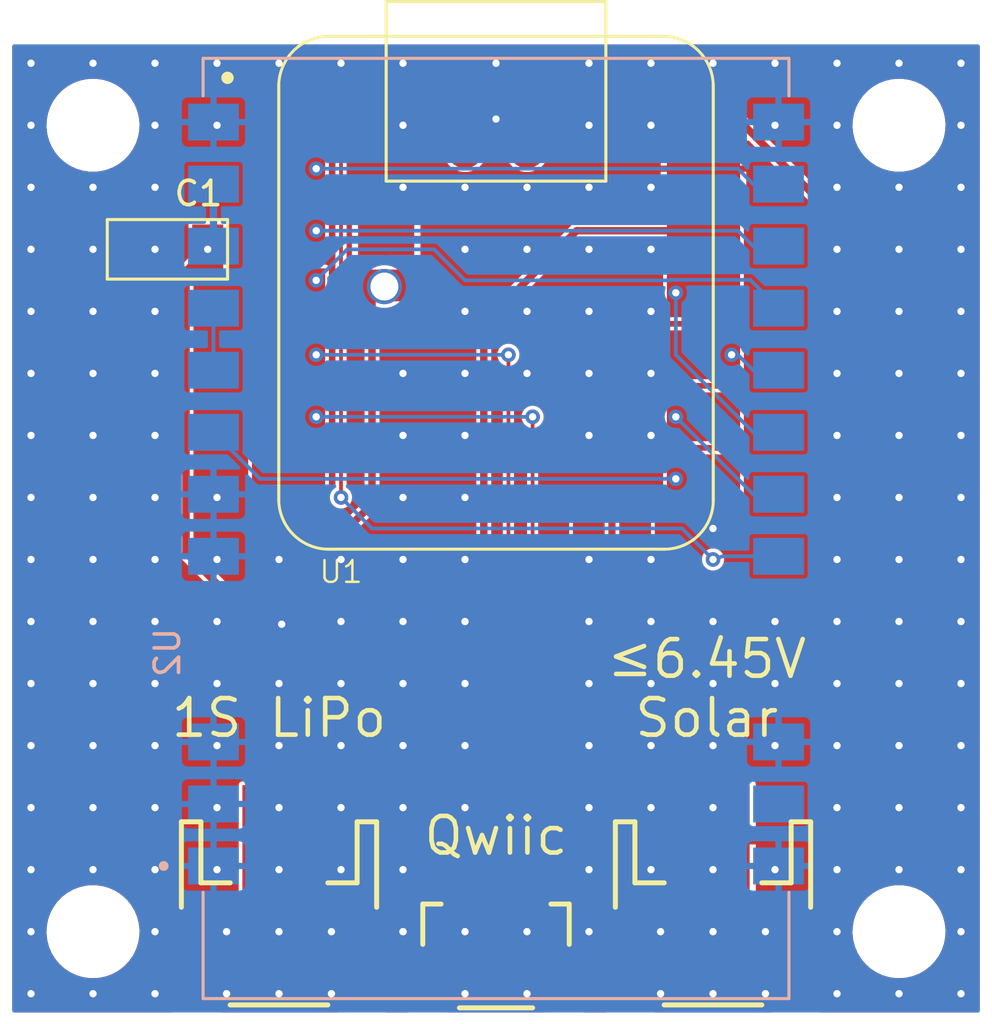
<source format=kicad_pcb>
(kicad_pcb (version 20221018) (generator pcbnew)
  (title_block (title "Ikoka Nano Meshtastic Device") (date "2024-03-24") (rev "1.1") (company "ndoo.sg"))
  (layers (0 "F.Cu" signal) (31 "B.Cu" signal) (34 "B.Paste" user) (35 "F.Paste" user) (36 "B.SilkS" user "B.Silkscreen") (37 "F.SilkS" user "F.Silkscreen") (38 "B.Mask" user) (39 "F.Mask" user) (44 "Edge.Cuts" user))
  (net 0 "")
  (net 1 "SX126X_CS")
  (net 2 "SX126X_DIO1")
  (net 3 "SX126X_BUSY")
  (net 4 "SX126X_RESET")
  (net 5 "I2C_SDA")
  (net 12 "I2C_SCL")
  (net 13 "SX126X_RXEN")
  (net 14 "SPI_SCK")
  (net 15 "SPI_MISO")
  (net 17 "SPI_MOSI")
  (net 18 "3V3")
  (net 19 "GND")
  (net 20 "5V")
  (net 21 "VBAT")
  (net 22 "SX126X_TXEN{slash}DIO2")
  (footprint "OPL_Capacitor:C1206" (layer "F.Cu") (at 138.938 90.17)
    (fp_text reference "C1" (at 1.27 -2.286) (layer "F.SilkS"))
    (fp_text value "CERAMIC-100UF-6.3V-20%-X5R_1206_" hide)
    (fp_line (start -2.4638 -1.2192) (end 2.4638 -1.2192) (stroke (width 0.127)) (layer "F.SilkS"))
    (fp_line (start -2.4638 1.2192) (end -2.4638 -1.2192) (stroke (width 0.127)) (layer "F.SilkS"))
    (fp_line (start 2.4638 -1.2192) (end 2.4638 1.2192) (stroke (width 0.127)) (layer "F.SilkS"))
    (fp_line (start 2.4638 1.2192) (end -2.4638 1.2192) (stroke (width 0.127)) (layer "F.SilkS"))
    (pad "1" smd rect (at -1.651 0) (size 1.27 2.032) (layers "F.Cu" "F.Paste" "F.Mask") (net 19 "GND"))
    (pad "2" smd rect (at 1.651 0) (size 1.27 2.032) (layers "F.Cu" "F.Paste" "F.Mask") (net 21 "VBAT"))
  )
  (footprint "SparkFun-Connector:JST_SMD_2.0mm-2" (layer "F.Cu") (at 143.51 118.11 180)
    (fp_text reference "J1")
    (fp_text value "JST_2mm_LiPo")
    (fp_line (start -4 1) (end -4 4.5) (stroke (width 0.2032)) (layer "F.SilkS"))
    (fp_line (start -4 4.5) (end -3.2 4.5) (stroke (width 0.2032)) (layer "F.SilkS"))
    (fp_line (start -3.2 2) (end -2 2) (stroke (width 0.2032)) (layer "F.SilkS"))
    (fp_line (start -3.2 4.5) (end -3.2 2) (stroke (width 0.2032)) (layer "F.SilkS"))
    (fp_line (start 2 -3) (end -2 -3) (stroke (width 0.2032)) (layer "F.SilkS"))
    (fp_line (start 2 2) (end 3.2 2) (stroke (width 0.2032)) (layer "F.SilkS"))
    (fp_line (start 3.2 2) (end 3.2 4.5) (stroke (width 0.2032)) (layer "F.SilkS"))
    (fp_line (start 3.2 4.5) (end 4 4.5) (stroke (width 0.2032)) (layer "F.SilkS"))
    (fp_line (start 4 4.5) (end 4 1) (stroke (width 0.2032)) (layer "F.SilkS"))
    (pad "1" smd rect (at -1 3.7 180) (size 1 4.6) (layers "F.Cu" "F.Paste" "F.Mask") (net 19 "GND"))
    (pad "2" smd rect (at 1 3.7 180) (size 1 4.6) (layers "F.Cu" "F.Paste" "F.Mask") (net 21 "VBAT"))
    (pad "NC1" smd rect (at -3.4 -1.5 270) (size 3.4 1.6) (layers "F.Cu" "F.Paste" "F.Mask"))
    (pad "NC2" smd rect (at 3.4 -1.5 270) (size 3.4 1.6) (layers "F.Cu" "F.Paste" "F.Mask"))
  )
  (footprint "SparkFun-Connector:JST_SMD_2.0mm-2" (layer "F.Cu") (at 161.29 118.11 180)
    (fp_text reference "J2")
    (fp_text value "JST_2mm_LiPo")
    (fp_line (start -4 1) (end -4 4.5) (stroke (width 0.2032)) (layer "F.SilkS"))
    (fp_line (start -4 4.5) (end -3.2 4.5) (stroke (width 0.2032)) (layer "F.SilkS"))
    (fp_line (start -3.2 2) (end -2 2) (stroke (width 0.2032)) (layer "F.SilkS"))
    (fp_line (start -3.2 4.5) (end -3.2 2) (stroke (width 0.2032)) (layer "F.SilkS"))
    (fp_line (start 2 -3) (end -2 -3) (stroke (width 0.2032)) (layer "F.SilkS"))
    (fp_line (start 2 2) (end 3.2 2) (stroke (width 0.2032)) (layer "F.SilkS"))
    (fp_line (start 3.2 2) (end 3.2 4.5) (stroke (width 0.2032)) (layer "F.SilkS"))
    (fp_line (start 3.2 4.5) (end 4 4.5) (stroke (width 0.2032)) (layer "F.SilkS"))
    (fp_line (start 4 4.5) (end 4 1) (stroke (width 0.2032)) (layer "F.SilkS"))
    (pad "1" smd rect (at -1 3.7 180) (size 1 4.6) (layers "F.Cu" "F.Paste" "F.Mask") (net 19 "GND"))
    (pad "2" smd rect (at 1 3.7 180) (size 1 4.6) (layers "F.Cu" "F.Paste" "F.Mask") (net 20 "5V"))
    (pad "NC1" smd rect (at -3.4 -1.5 270) (size 3.4 1.6) (layers "F.Cu" "F.Paste" "F.Mask"))
    (pad "NC2" smd rect (at 3.4 -1.5 270) (size 3.4 1.6) (layers "F.Cu" "F.Paste" "F.Mask"))
  )
  (footprint "SparkFun-Hardware:Standoff" (layer "F.Cu") (at 168.91 118.11)
    (fp_text reference "ST3")
    (fp_text value "Standoff")
    (pad "" np_thru_hole circle (at 0 0) (size 3.302 3.302) (drill 3.302) (layers "F&B.Cu" "*.Mask"))
  )
  (footprint "SparkFun-Hardware:Standoff" (layer "F.Cu") (at 135.89 85.09)
    (fp_text reference "ST1")
    (fp_text value "Standoff")
    (pad "" np_thru_hole circle (at 0 0) (size 3.302 3.302) (drill 3.302) (layers "F&B.Cu" "*.Mask"))
  )
  (footprint "SparkFun-Hardware:Standoff" (layer "F.Cu") (at 168.91 85.09)
    (fp_text reference "ST2")
    (fp_text value "Standoff")
    (pad "" np_thru_hole circle (at 0 0) (size 3.302 3.302) (drill 3.302) (layers "F&B.Cu" "*.Mask"))
  )
  (footprint "SparkFun-Hardware:Standoff" (layer "F.Cu") (at 135.89 118.11)
    (fp_text reference "ST4")
    (fp_text value "Standoff")
    (pad "" np_thru_hole circle (at 0 0) (size 3.302 3.302) (drill 3.302) (layers "F&B.Cu" "*.Mask"))
  )
  (footprint "Seeed Studio XIAO Series Library:XIAO-nRF52840-Sense-14P-2.54-21X17.8MM" (layer "F.Cu") (at 152.4 91.948)
    (fp_text reference "U1" (at -6.35 11.43) (layer "F.SilkS") (effects (font (size 0.889 0.889) (thickness 0.1016))))
    (fp_text value "Seeed Studio XIAO nRF52840" hide)
    (fp_line (start -8.9 -8.5) (end -8.9 8.5) (stroke (width 0.127)) (layer "F.SilkS"))
    (fp_line (start -6.9 10.5) (end 6.9 10.5) (stroke (width 0.127)) (layer "F.SilkS"))
    (fp_line (start -4.5 -11.92403) (end 4.5 -11.92403) (stroke (width 0.127)) (layer "F.SilkS"))
    (fp_line (start -4.5 -4.57073) (end -4.5 -11.92403) (stroke (width 0.127)) (layer "F.SilkS"))
    (fp_line (start 4.5 -11.92403) (end 4.5 -4.57073) (stroke (width 0.127)) (layer "F.SilkS"))
    (fp_line (start 4.5 -4.57073) (end -4.5 -4.57073) (stroke (width 0.127)) (layer "F.SilkS"))
    (fp_line (start 6.9 -10.49909) (end -6.9 -10.49909) (stroke (width 0.127)) (layer "F.SilkS"))
    (fp_line (start 8.9 8.5) (end 8.9 -8.5) (stroke (width 0.127)) (layer "F.SilkS"))
    (fp_arc (start -8.9 -8.5) (mid -8.301491 -9.901491) (end -6.9 -10.5) (stroke (width 0.12)) (layer "F.SilkS"))
    (fp_arc (start -6.9 10.5) (mid -8.301423 9.901423) (end -8.9 8.5) (stroke (width 0.12)) (layer "F.SilkS"))
    (fp_arc (start 6.9 -10.5) (mid 8.301491 -9.901491) (end 8.9 -8.5) (stroke (width 0.12)) (layer "F.SilkS"))
    (fp_arc (start 8.9 8.5) (mid 8.314214 9.914214) (end 6.9 10.5) (stroke (width 0.12)) (layer "F.SilkS"))
    (fp_circle (center -11 -8.8) (end -11 -9.054) (fill solid) (layer "F.SilkS"))
    (fp_poly (pts (xy -8.887715 -8.561705) (xy -8.884667 -8.610473) (xy -8.880603 -8.659494)) (stroke (width 0.0254)) (fill none) (layer "F.SilkS"))
    (fp_poly (pts (xy 8.889492 8.521574) (xy 8.887713 8.57085) (xy 8.884665 8.619618) (xy 8.880601 8.668639) (xy 8.875268 8.717407) (xy 8.868664 8.766175) (xy 8.861044 8.81469) (xy 8.852153 8.86295) (xy 8.842248 8.910955)) (stroke (width 0.0254)) (fill none) (layer "F.SilkS"))
    (pad "1" smd rect (at -8.5 -7.62) (size 3 2) (layers "F.Cu" "F.Paste" "F.Mask") (net 1 "SX126X_CS"))
    (pad "2" smd rect (at -8.5 -5.08) (size 3 2) (layers "F.Cu" "F.Paste" "F.Mask") (net 2 "SX126X_DIO1"))
    (pad "3" smd rect (at -8.5 -2.54) (size 3 2) (layers "F.Cu" "F.Paste" "F.Mask") (net 3 "SX126X_BUSY"))
    (pad "4" smd rect (at -8.5 0) (size 3 2) (layers "F.Cu" "F.Paste" "F.Mask") (net 4 "SX126X_RESET"))
    (pad "5" smd rect (at -8.5 2.54) (size 3 2) (layers "F.Cu" "F.Paste" "F.Mask") (net 5 "I2C_SDA"))
    (pad "6" smd rect (at -8.5 5.08 180) (size 3 2) (layers "F.Cu" "F.Paste" "F.Mask") (net 12 "I2C_SCL"))
    (pad "7" smd rect (at -8.5 7.62) (size 3 2) (layers "F.Cu" "F.Paste" "F.Mask"))
    (pad "8" smd rect (at 8.5 7.62) (size 3 2) (layers "F.Cu" "F.Paste" "F.Mask") (net 13 "SX126X_RXEN"))
    (pad "9" smd rect (at 8.5 5.08) (size 3 2) (layers "F.Cu" "F.Paste" "F.Mask") (net 14 "SPI_SCK"))
    (pad "10" smd rect (at 8.5 2.54) (size 3 2) (layers "F.Cu" "F.Paste" "F.Mask") (net 15 "SPI_MISO"))
    (pad "11" smd rect (at 8.5 0) (size 3 2) (layers "F.Cu" "F.Paste" "F.Mask") (net 17 "SPI_MOSI"))
    (pad "12" smd rect (at 8.5 -2.54) (size 3 2) (layers "F.Cu" "F.Paste" "F.Mask") (net 18 "3V3"))
    (pad "13" smd rect (at 8.5 -5.08) (size 3 2) (layers "F.Cu" "F.Paste" "F.Mask") (net 19 "GND"))
    (pad "14" smd rect (at 8.5 -7.62) (size 3 2) (layers "F.Cu" "F.Paste" "F.Mask") (net 20 "5V"))
    (pad "15" smd circle (at -1.27 -8.39 90) (size 1.5 1.5) (layers "F.Cu" "F.Paste" "F.Mask"))
    (pad "16" smd circle (at 1.27 -8.39 90) (size 1.5 1.5) (layers "F.Cu" "F.Paste" "F.Mask"))
    (pad "17" smd circle (at -1.27 -5.85 90) (size 1.5 1.5) (layers "F.Cu" "F.Paste" "F.Mask"))
    (pad "18" smd circle (at 1.27 -5.85 90) (size 1.5 1.5) (layers "F.Cu" "F.Paste" "F.Mask"))
    (pad "19" smd rect (at 3.8 9.25 90) (size 2.3 1.3) (layers "F.Cu" "F.Paste" "F.Mask"))
    (pad "20" smd rect (at 5.7 9.25 90) (size 2.3 1.3) (layers "F.Cu" "F.Paste" "F.Mask"))
    (pad "21" smd rect (at -4.5 -2.2 180) (size 2.3 1.3) (layers "F.Cu" "F.Paste" "F.Mask") (net 19 "GND"))
    (pad "22" smd rect (at -4.5 -0.3 180) (size 2.3 1.3) (layers "F.Cu" "F.Paste" "F.Mask") (net 21 "VBAT"))
  )
  (footprint "SparkFun-Connector:JST_SMD_1.0mm-4_RA" (layer "F.Cu") (at 152.4 116.629)
    (fp_text reference "J3")
    (fp_text value "Qwiic_RA")
    (fp_line (start -3 0.35) (end -2.25 0.35) (stroke (width 0.2032)) (layer "F.SilkS"))
    (fp_line (start -3 2) (end -3 0.35) (stroke (width 0.2032)) (layer "F.SilkS"))
    (fp_line (start -1.5 4.6) (end 1.5 4.6) (stroke (width 0.2032)) (layer "F.SilkS"))
    (fp_line (start 2.25 0.35) (end 3 0.35) (stroke (width 0.2032)) (layer "F.SilkS"))
    (fp_line (start 3 0.35) (end 3 2) (stroke (width 0.2032)) (layer "F.SilkS"))
    (pad "1" smd rect (at -1.5 0) (size 0.6 1.35) (layers "F.Cu" "F.Paste" "F.Mask") (net 19 "GND"))
    (pad "2" smd rect (at -0.5 0) (size 0.6 1.35) (layers "F.Cu" "F.Paste" "F.Mask") (net 18 "3V3"))
    (pad "3" smd rect (at 0.5 0) (size 0.6 1.35) (layers "F.Cu" "F.Paste" "F.Mask") (net 5 "I2C_SDA"))
    (pad "4" smd rect (at 1.5 0) (size 0.6 1.35) (layers "F.Cu" "F.Paste" "F.Mask") (net 12 "I2C_SCL"))
    (pad "NC1" smd rect (at 2.8 3.675) (size 1.2 2) (layers "F.Cu" "F.Paste" "F.Mask"))
    (pad "NC2" smd rect (at -2.8 3.675) (size 1.2 2) (layers "F.Cu" "F.Paste" "F.Mask"))
  )
  (footprint "E22-900M30S:XCVR_E22-900M30S" (layer "B.Cu") (at 152.4 101.6 180)
    (fp_text reference "U2" (at 13.462 -5.08 90) (layer "B.SilkS") (effects (justify mirror)))
    (fp_text value "E22-900M30S")
    (fp_line (start -12 -19.25) (end -12 -14.895) (stroke (width 0.127)) (layer "B.SilkS"))
    (fp_line (start -12 17.715) (end -12 19.25) (stroke (width 0.127)) (layer "B.SilkS"))
    (fp_line (start -12 19.25) (end 12 19.25) (stroke (width 0.127)) (layer "B.SilkS"))
    (fp_line (start 12 -19.25) (end -12 -19.25) (stroke (width 0.127)) (layer "B.SilkS"))
    (fp_line (start 12 -19.25) (end 12 -14.895) (stroke (width 0.127)) (layer "B.SilkS"))
    (fp_line (start 12 19.25) (end 12 17.715) (stroke (width 0.127)) (layer "B.SilkS"))
    (fp_circle (center 13.615 -13.82) (end 13.715 -13.82) (stroke (width 0.2)) (fill none) (layer "B.SilkS"))
    (pad "1" smd rect (at 11.575 -13.82 180) (size 2.08 1.51) (layers "B.Cu" "B.Paste" "B.Mask") (net 19 "GND"))
    (pad "2" smd rect (at 11.575 -11.28 180) (size 2.08 1.51) (layers "B.Cu" "B.Paste" "B.Mask") (net 19 "GND"))
    (pad "3" smd rect (at 11.575 -8.74 180) (size 2.08 1.51) (layers "B.Cu" "B.Paste" "B.Mask") (net 19 "GND"))
    (pad "4" smd rect (at 11.575 -1.14 180) (size 2.08 1.51) (layers "B.Cu" "B.Paste" "B.Mask") (net 19 "GND"))
    (pad "5" smd rect (at 11.575 1.4 180) (size 2.08 1.51) (layers "B.Cu" "B.Paste" "B.Mask") (net 19 "GND"))
    (pad "6" smd rect (at 11.575 3.94 180) (size 2.08 1.51) (layers "B.Cu" "B.Paste" "B.Mask") (net 13 "SX126X_RXEN"))
    (pad "7" smd rect (at 11.575 6.48 180) (size 2.08 1.51) (layers "B.Cu" "B.Paste" "B.Mask") (net 22 "SX126X_TXEN{slash}DIO2"))
    (pad "8" smd rect (at 11.575 9.02 180) (size 2.08 1.51) (layers "B.Cu" "B.Paste" "B.Mask") (net 22 "SX126X_TXEN{slash}DIO2"))
    (pad "9" smd rect (at 11.575 11.56 180) (size 2.08 1.51) (layers "B.Cu" "B.Paste" "B.Mask") (net 21 "VBAT"))
    (pad "10" smd rect (at 11.575 14.1 180) (size 2.08 1.51) (layers "B.Cu" "B.Paste" "B.Mask") (net 21 "VBAT"))
    (pad "11" smd rect (at 11.575 16.64 180) (size 2.08 1.51) (layers "B.Cu" "B.Paste" "B.Mask") (net 19 "GND"))
    (pad "12" smd rect (at -11.575 16.64 180) (size 2.08 1.51) (layers "B.Cu" "B.Paste" "B.Mask") (net 19 "GND"))
    (pad "13" smd rect (at -11.575 14.1 180) (size 2.08 1.51) (layers "B.Cu" "B.Paste" "B.Mask") (net 2 "SX126X_DIO1"))
    (pad "14" smd rect (at -11.575 11.56 180) (size 2.08 1.51) (layers "B.Cu" "B.Paste" "B.Mask") (net 3 "SX126X_BUSY"))
    (pad "15" smd rect (at -11.575 9.02 180) (size 2.08 1.51) (layers "B.Cu" "B.Paste" "B.Mask") (net 4 "SX126X_RESET"))
    (pad "16" smd rect (at -11.575 6.48 180) (size 2.08 1.51) (layers "B.Cu" "B.Paste" "B.Mask") (net 15 "SPI_MISO"))
    (pad "17" smd rect (at -11.575 3.94 180) (size 2.08 1.51) (layers "B.Cu" "B.Paste" "B.Mask") (net 17 "SPI_MOSI"))
    (pad "18" smd rect (at -11.575 1.4 180) (size 2.08 1.51) (layers "B.Cu" "B.Paste" "B.Mask") (net 14 "SPI_SCK"))
    (pad "19" smd rect (at -11.575 -1.14 180) (size 2.08 1.51) (layers "B.Cu" "B.Paste" "B.Mask") (net 1 "SX126X_CS"))
    (pad "20" smd rect (at -11.575 -8.74 180) (size 2.08 1.51) (layers "B.Cu" "B.Paste" "B.Mask") (net 19 "GND"))
    (pad "21" smd rect (at -11.575 -11.28 180) (size 2.08 1.51) (layers "B.Cu" "B.Paste" "B.Mask"))
    (pad "22" smd rect (at -11.575 -13.82 180) (size 2.08 1.51) (layers "B.Cu" "B.Paste" "B.Mask") (net 19 "GND"))
  )
  (gr_rect (start 132.08 81.28) (end 172.72 121.92) (stroke (width 0.001)) (fill none) (layer "Edge.Cuts"))
  (gr_text "1S LiPo" (at 143.51 110.236) (layer "F.SilkS") (effects (font (size 1.5 1.5) (thickness 0.1875)) (justify bottom)))
  (gr_text "≤6.45V\nSolar" (at 161.036 110.236) (layer "F.SilkS") (effects (font (size 1.5 1.5) (thickness 0.1875)) (justify bottom)))
  (gr_text "Qwiic" (at 152.4 115.062) (layer "F.SilkS") (effects (font (size 1.5 1.5) (thickness 0.1875)) (justify bottom)))
  (segment (start 145.034 84.328) (end 143.9 84.328) (width 0.1524) (layer "F.Cu") (net 1))
  (segment (start 146.05 100.33) (end 146.05 85.344) (width 0.1524) (layer "F.Cu") (net 1))
  (segment (start 146.05 85.344) (end 145.034 84.328) (width 0.1524) (layer "F.Cu") (net 1))
  (via (at 146.05 100.33) (size 0.6) (drill 0.3) (layers "F.Cu" "B.Cu") (net 1))
  (via (at 161.29 102.87) (size 0.6) (drill 0.3) (layers "F.Cu" "B.Cu") (net 1))
  (segment (start 160.02 101.6) (end 161.29 102.87) (width 0.1524) (layer "B.Cu") (net 1))
  (segment (start 161.682446 102.74) (end 163.975 102.74) (width 0.1524) (layer "B.Cu") (net 1))
  (segment (start 146.05 100.33) (end 147.32 101.6) (width 0.1524) (layer "B.Cu") (net 1))
  (segment (start 161.29 102.87) (end 161.682446 102.74) (width 0.1524) (layer "B.Cu") (net 1))
  (segment (start 147.32 101.6) (end 160.02 101.6) (width 0.1524) (layer "B.Cu") (net 1))
  (via (at 145.034 86.868) (size 0.6) (drill 0.3) (layers "F.Cu" "B.Cu") (net 2))
  (segment (start 162.306 86.868) (end 162.938 87.5) (width 0.1524) (layer "B.Cu") (net 2))
  (segment (start 145.034 86.868) (end 162.306 86.868) (width 0.1524) (layer "B.Cu") (net 2))
  (segment (start 162.938 87.5) (end 163.975 87.5) (width 0.1524) (layer "B.Cu") (net 2))
  (via (at 145.034 89.408) (size 0.6) (drill 0.3) (layers "F.Cu" "B.Cu") (net 3))
  (segment (start 162.306 89.408) (end 162.938 90.04) (width 0.1524) (layer "B.Cu") (net 3))
  (segment (start 162.938 90.04) (end 163.975 90.04) (width 0.1524) (layer "B.Cu") (net 3))
  (segment (start 145.034 89.408) (end 162.306 89.408) (width 0.1524) (layer "B.Cu") (net 3))
  (via (at 145.034 91.44) (size 0.6) (drill 0.3) (layers "F.Cu" "B.Cu") (net 4))
  (segment (start 159.547046 91.4194) (end 162.8144 91.4194) (width 0.1524) (layer "B.Cu") (net 4))
  (segment (start 162.8144 91.4194) (end 163.975 92.58) (width 0.1524) (layer "B.Cu") (net 4))
  (segment (start 145.034 91.44) (end 146.304 90.17) (width 0.1524) (layer "B.Cu") (net 4))
  (segment (start 159.526446 91.44) (end 159.547046 91.4194) (width 0.1524) (layer "B.Cu") (net 4))
  (segment (start 151.13 91.44) (end 159.526446 91.44) (width 0.1524) (layer "B.Cu") (net 4))
  (segment (start 146.304 90.17) (end 149.86 90.17) (width 0.1524) (layer "B.Cu") (net 4))
  (segment (start 149.86 90.17) (end 151.13 91.44) (width 0.1524) (layer "B.Cu") (net 4))
  (segment (start 152.908 116.875) (end 152.9 116.883) (width 0.1524) (layer "F.Cu") (net 5))
  (segment (start 152.908 94.488) (end 152.908 116.875) (width 0.1524) (layer "F.Cu") (net 5))
  (via (at 152.908 94.488) (size 0.6) (drill 0.3) (layers "F.Cu" "B.Cu") (net 5))
  (via (at 145.034 94.488) (size 0.6) (drill 0.3) (layers "F.Cu" "B.Cu") (net 5))
  (segment (start 145.034 94.488) (end 152.908 94.488) (width 0.1524) (layer "B.Cu") (net 5))
  (segment (start 153.9 97.028) (end 153.9 116.883) (width 0.1524) (layer "F.Cu") (net 12))
  (via (at 145.034 97.028) (size 0.6) (drill 0.3) (layers "F.Cu" "B.Cu") (net 12))
  (via (at 153.9 97.028) (size 0.6) (drill 0.3) (layers "F.Cu" "B.Cu") (net 12))
  (segment (start 153.9 97.028) (end 145.034 97.028) (width 0.1524) (layer "B.Cu") (net 12))
  (via (at 159.766 99.568) (size 0.6) (drill 0.3) (layers "F.Cu" "B.Cu") (net 13))
  (segment (start 142.733 99.568) (end 159.766 99.568) (width 0.1524) (layer "B.Cu") (net 13))
  (segment (start 140.825 97.66) (end 142.733 99.568) (width 0.1524) (layer "B.Cu") (net 13))
  (via (at 159.766 97.028) (size 0.6) (drill 0.3) (layers "F.Cu" "B.Cu") (net 14))
  (segment (start 159.766 97.028) (end 162.938 100.2) (width 0.1524) (layer "B.Cu") (net 14))
  (segment (start 162.938 100.2) (end 163.975 100.2) (width 0.1524) (layer "B.Cu") (net 14))
  (via (at 162.052 94.488) (size 0.6) (drill 0.3) (layers "F.Cu" "B.Cu") (net 15))
  (segment (start 162.306 94.488) (end 162.052 94.488) (width 0.1524) (layer "B.Cu") (net 15))
  (segment (start 162.938 95.12) (end 162.306 94.488) (width 0.1524) (layer "B.Cu") (net 15))
  (segment (start 163.975 95.12) (end 162.938 95.12) (width 0.1524) (layer "B.Cu") (net 15))
  (via (at 159.766 91.948) (size 0.6) (drill 0.3) (layers "F.Cu" "B.Cu") (net 17))
  (segment (start 162.938 97.66) (end 163.975 97.66) (width 0.1524) (layer "B.Cu") (net 17))
  (segment (start 159.766 91.948) (end 159.766 94.488) (width 0.1524) (layer "B.Cu") (net 17))
  (segment (start 159.766 94.488) (end 162.938 97.66) (width 0.1524) (layer "B.Cu") (net 17))
  (segment (start 151.9 93.21) (end 151.9 116.883) (width 0.3048) (layer "F.Cu") (net 18))
  (segment (start 160.9 89.408) (end 155.702 89.408) (width 0.3048) (layer "F.Cu") (net 18))
  (segment (start 155.702 89.408) (end 151.9 93.21) (width 0.3048) (layer "F.Cu") (net 18))
  (via (at 148.59 95.25) (size 0.6) (drill 0.3) (layers "F.Cu" "B.Cu") (net 19))
  (via (at 166.37 92.71) (size 0.6) (drill 0.3) (layers "F.Cu" "B.Cu") (net 19))
  (via (at 133.35 87.63) (size 0.6) (drill 0.3) (layers "F.Cu" "B.Cu") (net 19))
  (via (at 135.89 87.63) (size 0.6) (drill 0.3) (layers "F.Cu" "B.Cu") (net 19))
  (via (at 148.59 107.95) (size 0.6) (drill 0.3) (layers "F.Cu" "B.Cu") (net 19))
  (via (at 151.13 113.03) (size 0.6) (drill 0.3) (layers "F.Cu" "B.Cu") (net 19))
  (via (at 171.45 118.11) (size 0.6) (drill 0.3) (layers "F.Cu" "B.Cu") (net 19))
  (via (at 135.89 90.17) (size 0.6) (drill 0.3) (layers "F.Cu" "B.Cu") (net 19))
  (via (at 135.89 120.65) (size 0.6) (drill 0.3) (layers "F.Cu" "B.Cu") (net 19))
  (via (at 143.51 118.11) (size 0.6) (drill 0.3) (layers "F.Cu" "B.Cu") (net 19))
  (via (at 140.97 82.55) (size 0.6) (drill 0.3) (layers "F.Cu" "B.Cu") (net 19))
  (via (at 148.59 85.09) (size 0.6) (drill 0.3) (layers "F.Cu" "B.Cu") (net 19))
  (via (at 158.75 95.25) (size 0.6) (drill 0.3) (layers "F.Cu" "B.Cu") (net 19))
  (via (at 146.05 82.55) (size 0.6) (drill 0.3) (layers "F.Cu" "B.Cu") (net 19))
  (via (at 158.75 110.49) (size 0.6) (drill 0.3) (layers "F.Cu" "B.Cu") (net 19))
  (via (at 166.37 113.03) (size 0.6) (drill 0.3) (layers "F.Cu" "B.Cu") (net 19))
  (via (at 171.45 100.33) (size 0.6) (drill 0.3) (layers "F.Cu" "B.Cu") (net 19))
  (via (at 146.05 113.03) (size 0.6) (drill 0.3) (layers "F.Cu" "B.Cu") (net 19))
  (via (at 138.43 95.25) (size 0.6) (drill 0.3) (layers "F.Cu" "B.Cu") (net 19))
  (via (at 133.35 113.03) (size 0.6) (drill 0.3) (layers "F.Cu" "B.Cu") (net 19))
  (via (at 166.37 115.57) (size 0.6) (drill 0.3) (layers "F.Cu" "B.Cu") (net 19))
  (via (at 161.29 118.11) (size 0.6) (drill 0.3) (layers "F.Cu" "B.Cu") (net 19))
  (via (at 148.59 100.33) (size 0.6) (drill 0.3) (layers "F.Cu" "B.Cu") (net 19))
  (via (at 158.75 85.09) (size 0.6) (drill 0.3) (layers "F.Cu" "B.Cu") (net 19))
  (via (at 158.75 113.03) (size 0.6) (drill 0.3) (layers "F.Cu" "B.Cu") (net 19))
  (via (at 140.97 100.33) (size 0.6) (drill 0.3) (layers "F.Cu" "B.Cu") (net 19))
  (via (at 171.45 120.65) (size 0.6) (drill 0.3) (layers "F.Cu" "B.Cu") (net 19))
  (via (at 143.51 110.49) (size 0.6) (drill 0.3) (layers "F.Cu" "B.Cu") (net 19))
  (via (at 138.43 102.87) (size 0.6) (drill 0.3) (layers "F.Cu" "B.Cu") (net 19))
  (via (at 153.67 95.25) (size 0.6) (drill 0.3) (layers "F.Cu" "B.Cu") (net 19))
  (via (at 158.75 90.17) (size 0.6) (drill 0.3) (layers "F.Cu" "B.Cu") (net 19))
  (via (at 151.13 90.17) (size 0.6) (drill 0.3) (layers "F.Cu" "B.Cu") (net 19))
  (via (at 133.35 110.49) (size 0.6) (drill 0.3) (layers "F.Cu" "B.Cu") (net 19))
  (via (at 161.29 120.65) (size 0.6) (drill 0.3) (layers "F.Cu" "B.Cu") (net 19))
  (via (at 145.657598 120.65) (size 0.6) (drill 0.3) (layers "F.Cu" "B.Cu") (net 19))
  (via (at 135.89 102.87) (size 0.6) (drill 0.3) (layers "F.Cu" "B.Cu") (net 19))
  (via (at 168.91 110.49) (size 0.6) (drill 0.3) (layers "F.Cu" "B.Cu") (net 19))
  (via (at 168.91 113.03) (size 0.6) (drill 0.3) (layers "F.Cu" "B.Cu") (net 19))
  (via (at 151.13 120.65) (size 0.6) (drill 0.3) (layers "F.Cu" "B.Cu") (net 19))
  (via (at 146.05 107.95) (size 0.6) (drill 0.3) (layers "F.Cu" "B.Cu") (net 19))
  (via (at 156.21 97.79) (size 0.6) (drill 0.3) (layers "F.Cu" "B.Cu") (net 19))
  (via (at 133.35 82.55) (size 0.6) (drill 0.3) (layers "F.Cu" "B.Cu") (net 19))
  (via (at 158.75 115.57) (size 0.6) (drill 0.3) (layers "F.Cu" "B.Cu") (net 19))
  (via (at 158.75 107.95) (size 0.6) (drill 0.3) (layers "F.Cu" "B.Cu") (net 19))
  (via (at 158.75 105.41) (size 0.6) (drill 0.3) (layers "F.Cu" "B.Cu") (net 19))
  (via (at 156.21 87.63) (size 0.6) (drill 0.3) (layers "F.Cu" "B.Cu") (net 19))
  (via (at 140.97 115.57) (size 0.6) (drill 0.3) (layers "F.Cu" "B.Cu") (net 19))
  (via (at 161.29 115.57) (size 0.6) (drill 0.3) (layers "F.Cu" "B.Cu") (net 19))
  (via (at 156.21 95.25) (size 0.6) (drill 0.3) (layers "F.Cu" "B.Cu") (net 19))
  (via (at 166.37 85.09) (size 0.6) (drill 0.3) (layers "F.Cu" "B.Cu") (net 19))
  (via (at 140.97 107.95) (size 0.6) (drill 0.3) (layers "F.Cu" "B.Cu") (net 19))
  (via (at 135.89 113.03) (size 0.6) (drill 0.3) (layers "F.Cu" "B.Cu") (net 19))
  (via (at 166.37 118.11) (size 0.6) (drill 0.3) (layers "F.Cu" "B.Cu") (net 19))
  (via (at 168.91 97.79) (size 0.6) (drill 0.3) (layers "F.Cu" "B.Cu") (net 19))
  (via (at 138.43 113.03) (size 0.6) (drill 0.3) (layers "F.Cu" "B.Cu") (net 19))
  (via (at 156.21 90.17) (size 0.6) (drill 0.3) (layers "F.Cu" "B.Cu") (net 19))
  (via (at 135.89 92.71) (size 0.6) (drill 0.3) (layers "F.Cu" "B.Cu") (net 19))
  (via (at 143.51 102.87) (size 0.6) (drill 0.3) (layers "F.Cu" "B.Cu") (net 19))
  (via (at 148.59 102.87) (size 0.6) (drill 0.3) (layers "F.Cu" "B.Cu") (net 19))
  (via (at 161.29 105.41) (size 0.6) (drill 0.3) (layers "F.Cu" "B.Cu") (net 19))
  (via (at 166.37 107.95) (size 0.6) (drill 0.3) (layers "F.Cu" "B.Cu") (net 19))
  (via (at 140.97 85.09) (size 0.6) (drill 0.3) (layers "F.Cu" "B.Cu") (net 19))
  (via (at 133.35 100.33) (size 0.6) (drill 0.3) (layers "F.Cu" "B.Cu") (net 19))
  (via (at 146.05 115.57) (size 0.6) (drill 0.3) (layers "F.Cu" "B.Cu") (net 19))
  (via (at 168.91 102.87) (size 0.6) (drill 0.3) (layers "F.Cu" "B.Cu") (net 19))
  (via (at 158.75 82.55) (size 0.6) (drill 0.3) (layers "F.Cu" "B.Cu") (net 19))
  (via (at 168.91 120.65) (size 0.6) (drill 0.3) (layers "F.Cu" "B.Cu") (net 19))
  (via (at 138.43 118.11) (size 0.6) (drill 0.3) (layers "F.Cu" "B.Cu") (net 19))
  (via (at 133.35 107.95) (size 0.6) (drill 0.3) (layers "F.Cu" "B.Cu") (net 19))
  (via (at 156.21 82.55) (size 0.6) (drill 0.3) (layers "F.Cu" "B.Cu") (net 19))
  (via (at 156.21 92.71) (size 0.6) (drill 0.3) (layers "F.Cu" "B.Cu") (net 19))
  (via (at 158.75 102.87) (size 0.6) (drill 0.3) (layers "F.Cu" "B.Cu") (net 19))
  (via (at 143.51 120.65) (size 0.6) (drill 0.3) (layers "F.Cu" "B.Cu") (net 19))
  (via (at 133.35 95.25) (size 0.6) (drill 0.3) (layers "F.Cu" "B.Cu") (net 19))
  (via (at 138.43 92.71) (size 0.6) (drill 0.3) (layers "F.Cu" "B.Cu") (net 19))
  (via (at 152.4 82.55) (size 0.6) (drill 0.3) (layers "F.Cu" "B.Cu") (net 19))
  (via (at 161.29 101.6) (size 0.6) (drill 0.3) (layers "F.Cu" "B.Cu") (net 19))
  (via (at 163.437598 118.11) (size 0.6) (drill 0.3) (layers "F.Cu" "B.Cu") (net 19))
  (via (at 168.91 90.17) (size 0.6) (drill 0.3) (layers "F.Cu" "B.Cu") (net 19))
  (via (at 166.37 120.65) (size 0.6) (drill 0.3) (layers "F.Cu" "B.Cu") (net 19))
  (via (at 171.45 107.95) (size 0.6) (drill 0.3) (layers "F.Cu" "B.Cu") (net 19))
  (via (at 135.89 97.79) (size 0.6) (drill 0.3) (layers "F.Cu" "B.Cu") (net 19))
  (via (at 133.35 102.87) (size 0.6) (drill 0.3) (layers "F.Cu" "B.Cu") (net 19))
  (via (at 135.89 107.95) (size 0.6) (drill 0.3) (layers "F.Cu" "B.Cu") (net 19))
  (via (at 143.51 107.95) (size 0.6) (drill 0.3) (layers "F.Cu" "B.Cu") (net 19))
  (via (at 152.4 84.836) (size 0.6) (drill 0.3) (layers "F.Cu" "B.Cu") (net 19))
  (via (at 166.37 105.41) (size 0.6) (drill 0.3) (layers "F.Cu" "B.Cu") (net 19))
  (via (at 171.45 85.09) (size 0.6) (drill 0.3) (layers "F.Cu" "B.Cu") (net 19))
  (via (at 163.83 105.41) (size 0.6) (drill 0.3) (layers "F.Cu" "B.Cu") (net 19))
  (via (at 148.59 115.57) (size 0.6) (drill 0.3) (layers "F.Cu" "B.Cu") (net 19))
  (via (at 138.43 97.79) (size 0.6) (drill 0.3) (layers "F.Cu" "B.Cu") (net 19))
  (via (at 148.59 118.11) (size 0.6) (drill 0.3) (layers "F.Cu" "B.Cu") (net 19))
  (via (at 135.89 105.41) (size 0.6) (drill 0.3) (layers "F.Cu" "B.Cu") (net 19))
  (via (at 161.29 82.55) (size 0.6) (drill 0.3) (layers "F.Cu" "B.Cu") (net 19))
  (via (at 151.13 105.41) (size 0.6) (drill 0.3) (layers "F.Cu" "B.Cu") (net 19))
  (via (at 166.37 97.79) (size 0.6) (drill 0.3) (layers "F.Cu" "B.Cu") (net 19))
  (via (at 159.142402 118.11) (size 0.6) (drill 0.3) (layers "F.Cu" "B.Cu") (net 19))
  (via (at 171.45 82.55) (size 0.6) (drill 0.3) (layers "F.Cu" "B.Cu") (net 19))
  (via (at 133.35 90.17) (size 0.6) (drill 0.3) (layers "F.Cu" "B.Cu") (net 19))
  (via (at 140.97 102.87) (size 0.6) (drill 0.3) (layers "F.Cu" "B.Cu") (net 19))
  (via (at 151.13 102.87) (size 0.6) (drill 0.3) (layers "F.Cu" "B.Cu") (net 19))
  (via (at 135.89 115.57) (size 0.6) (drill 0.3) (layers "F.Cu" "B.Cu") (net 19))
  (via (at 166.37 82.55) (size 0.6) (drill 0.3) (layers "F.Cu" "B.Cu") (net 19))
  (via (at 133.35 118.11) (size 0.6) (drill 0.3) (layers "F.Cu" "B.Cu") (net 19))
  (via (at 168.91 95.25) (size 0.6) (drill 0.3) (layers "F.Cu" "B.Cu") (net 19))
  (via (at 156.21 105.41) (size 0.6) (drill 0.3) (layers "F.Cu" "B.Cu") (net 19))
  (via (at 135.89 100.33) (size 0.6) (drill 0.3) (layers "F.Cu" "B.Cu") (net 19))
  (via (at 143.51 82.55) (size 0.6) (drill 0.3) (layers "F.Cu" "B.Cu") (net 19))
  (via (at 153.67 92.71) (size 0.6) (drill 0.3) (layers "F.Cu" "B.Cu") (net 19))
  (via (at 148.59 97.79) (size 0.6) (drill 0.3) (layers "F.Cu" "B.Cu") (net 19))
  (via (at 156.21 107.95) (size 0.6) (drill 0.3) (layers "F.Cu" "B.Cu") (net 19))
  (via (at 156.21 102.87) (size 0.6) (drill 0.3) (layers "F.Cu" "B.Cu") (net 19))
  (via (at 133.35 115.57) (size 0.6) (drill 0.3) (layers "F.Cu" "B.Cu") (net 19))
  (via (at 163.83 110.49) (size 0.6) (drill 0.3) (layers "F.Cu" "B.Cu") (net 19))
  (via (at 146.05 110.49) (size 0.6) (drill 0.3) (layers "F.Cu" "B.Cu") (net 19))
  (via (at 151.13 100.33) (size 0.6) (drill 0.3) (layers "F.Cu" "B.Cu") (net 19))
  (via (at 168.91 82.55) (size 0.6) (drill 0.3) (layers "F.Cu" "B.Cu") (net 19))
  (via (at 146.05 102.87) (size 0.6) (drill 0.3) (layers "F.Cu" "B.Cu") (net 19))
  (via (at 138.43 107.95) (size 0.6) (drill 0.3) (layers "F.Cu" "B.Cu") (net 19))
  (via (at 138.43 90.17) (size 0.6) (drill 0.3) (layers "F.Cu" "B.Cu") (net 19))
  (via (at 166.37 95.25) (size 0.6) (drill 0.3) (layers "F.Cu" "B.Cu") (net 19))
  (via (at 156.21 118.11) (size 0.6) (drill 0.3) (layers "F.Cu" "B.Cu") (net 19))
  (via (at 171.45 97.79) (size 0.6) (drill 0.3) (layers "F.Cu" "B.Cu") (net 19))
  (via (at 168.91 87.63) (size 0.6) (drill 0.3) (layers "F.Cu" "B.Cu") (net 19))
  (via (at 161.29 110.49) (size 0.6) (drill 0.3) (layers "F.Cu" "B.Cu") (net 19))
  (via (at 145.657598 118.11) (size 0.6) (drill 0.3) (layers "F.Cu" "B.Cu") (net 19))
  (via (at 171.45 92.71) (size 0.6) (drill 0.3) (layers "F.Cu" "B.Cu") (net 19))
  (via (at 151.13 110.49) (size 0.6) (drill 0.3) (layers "F.Cu" "B.Cu") (net 19))
  (via (at 135.89 95.25) (size 0.6) (drill 0.3) (layers "F.Cu" "B.Cu") (net 19))
  (via (at 148.59 110.49) (size 0.6) (drill 0.3) (layers "F.Cu" "B.Cu") (net 19))
  (via (at 171.45 105.41) (size 0.6) (drill 0.3) (layers "F.Cu" "B.Cu") (net 19))
  (via (at 133.35 92.71) (size 0.6) (drill 0.3) (layers "F.Cu" "B.Cu") (net 19))
  (via (at 151.13 97.79) (size 0.6) (drill 0.3) (layers "F.Cu" "B.Cu") (net 19))
  (via (at 158.75 97.79) (size 0.6) (drill 0.3) (layers "F.Cu" "B.Cu") (net 19))
  (via (at 138.43 87.63) (size 0.6) (drill 0.3) (layers "F.Cu" "B.Cu") (net 19))
  (via (at 140.97 105.41) (size 0.6) (drill 0.3) (layers "F.Cu" "B.Cu") (net 19))
  (via (at 151.13 95.25) (size 0.6) (drill 0.3) (layers "F.Cu" "B.Cu") (net 19))
  (via (at 168.91 92.71) (size 0.6) (drill 0.3) (layers "F.Cu" "B.Cu") (net 19))
  (via (at 161.29 107.95) (size 0.6) (drill 0.3) (layers "F.Cu" "B.Cu") (net 19))
  (via (at 171.45 115.57) (size 0.6) (drill 0.3) (layers "F.Cu" "B.Cu") (net 19))
  (via (at 148.59 105.41) (size 0.6) (drill 0.3) (layers "F.Cu" "B.Cu") (net 19))
  (via (at 143.620159 105.520159) (size 0.6) (drill 0.3) (layers "F.Cu" "B.Cu") (net 19))
  (via (at 171.45 110.49) (size 0.6) (drill 0.3) (layers "F.Cu" "B.Cu") (net 19))
  (via (at 163.83 82.55) (size 0.6) (drill 0.3) (layers "F.Cu" "B.Cu") (net 19))
  (via (at 135.89 110.49) (size 0.6) (drill 0.3) (layers "F.Cu" "B.Cu") (net 19))
  (via (at 153.67 87.63) (size 0.6) (drill 0.3) (layers "F.Cu" "B.Cu") (net 19))
  (via (at 143.51 113.03) (size 0.6) (drill 0.3) (layers "F.Cu" "B.Cu") (net 19))
  (via (at 163.83 85.09) (size 0.6) (drill 0.3) (layers "F.Cu" "B.Cu") (net 19))
  (via (at 158.75 87.63) (size 0.6) (drill 0.3) (layers "F.Cu" "B.Cu") (net 19))
  (via (at 143.51 115.57) (size 0.6) (drill 0.3) (layers "F.Cu" "B.Cu") (net 19))
  (via (at 168.91 105.41) (size 0.6) (drill 0.3) (layers "F.Cu" "B.Cu") (net 19))
  (via (at 133.35 85.09) (size 0.6) (drill 0.3) (layers "F.Cu" "B.Cu") (net 19))
  (via (at 166.37 90.17) (size 0.6) (drill 0.3) (layers "F.Cu" "B.Cu") (net 19))
  (via (at 148.59 113.03) (size 0.6) (drill 0.3) (layers "F.Cu" "B.Cu") (net 19))
  (via (at 138.43 100.33) (size 0.6) (drill 0.3) (layers "F.Cu" "B.Cu") (net 19))
  (via (at 151.13 87.63) (size 0.6) (drill 0.3) (layers "F.Cu" "B.Cu") (net 19))
  (via (at 135.89 82.55) (size 0.6) (drill 0.3) (layers "F.Cu" "B.Cu") (net 19))
  (via (at 171.45 95.25) (size 0.6) (drill 0.3) (layers "F.Cu" "B.Cu") (net 19))
  (via (at 163.83 115.57) (size 0.6) (drill 0.3) (layers "F.Cu" "B.Cu") (net 19))
  (via (at 138.43 85.09) (size 0.6) (drill 0.3) (layers "F.Cu" "B.Cu") (net 19))
  (via (at 133.35 120.65) (size 0.6) (drill 0.3) (layers "F.Cu" "B.Cu") (net 19))
  (via (at 133.35 105.41) (size 0.6) (drill 0.3) (layers "F.Cu" "B.Cu") (net 19))
  (via (at 140.97 110.49) (size 0.6) (drill 0.3) (layers "F.Cu" "B.Cu") (net 19))
  (via (at 151.13 107.95) (size 0.6) (drill 0.3) (layers "F.Cu" "B.Cu") (net 19))
  (via (at 168.91 100.33) (size 0.6) (drill 0.3) (layers "F.Cu" "B.Cu") (net 19))
  (via (at 138.43 115.57) (size 0.6) (drill 0.3) (layers "F.Cu" "B.Cu") (net 19))
  (via (at 159.142402 120.65) (size 0.6) (drill 0.3) (layers "F.Cu" "B.Cu") (net 19))
  (via (at 156.21 110.49) (size 0.6) (drill 0.3) (layers "F.Cu" "B.Cu") (net 19))
  (via (at 171.45 87.63) (size 0.6) (drill 0.3) (layers "F.Cu" "B.Cu") (net 19))
  (via (at 138.43 105.41) (size 0.6) (drill 0.3) (layers "F.Cu" "B.Cu") (net 19))
  (via (at 166.37 100.33) (size 0.6) (drill 0.3) (layers "F.Cu" "B.Cu") (net 19))
  (via (at 156.21 113.03) (size 0.6) (drill 0.3) (layers "F.Cu" "B.Cu") (net 19))
  (via (at 171.45 90.17) (size 0.6) (drill 0.3) (layers "F.Cu" "B.Cu") (net 19))
  (via (at 141.362402 118.11) (size 0.6) (drill 0.3) (layers "F.Cu" "B.Cu") (net 19))
  (via (at 168.91 107.95) (size 0.6) (drill 0.3) (layers "F.Cu" "B.Cu") (net 19))
  (via (at 156.21 115.57) (size 0.6) (drill 0.3) (layers "F.Cu" "B.Cu") (net 19))
  (via (at 133.35 97.79) (size 0.6) (drill 0.3) (layers "F.Cu" "B.Cu") (net 19))
  (via (at 148.59 82.55) (size 0.6) (drill 0.3) (layers "F.Cu" "B.Cu") (net 19))
  (via (at 158.75 92.71) (size 0.6) (drill 0.3) (layers "F.Cu" "B.Cu") (net 19))
  (via (at 146.05 105.41) (size 0.6) (drill 0.3) (layers "F.Cu" "B.Cu") (net 19))
  (via (at 171.45 102.87) (size 0.6) (drill 0.3) (layers "F.Cu" "B.Cu") (net 19))
  (via (at 148.59 118.11) (size 0.6) (drill 0.3) (layers "F.Cu" "B.Cu") (net 19))
  (via (at 166.37 87.63) (size 0.6) (drill 0.3) (layers "F.Cu" "B.Cu") (net 19))
  (via (at 163.437598 120.65) (size 0.6) (drill 0.3) (layers "F.Cu" "B.Cu") (net 19))
  (via (at 163.83 107.95) (size 0.6) (drill 0.3) (layers "F.Cu" "B.Cu") (net 19))
  (via (at 153.67 120.65) (size 0.6) (drill 0.3) (layers "F.Cu" "B.Cu") (net 19))
  (via (at 138.43 82.55) (size 0.6) (drill 0.3) (layers "F.Cu" "B.Cu") (net 19))
  (via (at 140.97 113.03) (size 0.6) (drill 0.3) (layers "F.Cu" "B.Cu") (net 19))
  (via (at 166.37 102.87) (size 0.6) (drill 0.3) (layers "F.Cu" "B.Cu") (net 19))
  (via (at 168.91 115.57) (size 0.6) (drill 0.3) (layers "F.Cu" "B.Cu") (net 19))
  (via (at 151.13 118.11) (size 0.6) (drill 0.3) (layers "F.Cu" "B.Cu") (net 19))
  (via (at 156.21 85.09) (size 0.6) (drill 0.3) (layers "F.Cu" "B.Cu") (net 19))
  (via (at 138.43 110.49) (size 0.6) (drill 0.3) (layers "F.Cu" "B.Cu") (net 19))
  (via (at 166.37 110.49) (size 0.6) (drill 0.3) (layers "F.Cu" "B.Cu") (net 19))
  (via (at 153.67 90.17) (size 0.6) (drill 0.3) (layers "F.Cu" "B.Cu") (net 19))
  (via (at 138.43 120.65) (size 0.6) (drill 0.3) (layers "F.Cu" "B.Cu") (net 19))
  (via (at 153.67 118.11) (size 0.6) (drill 0.3) (layers "F.Cu" "B.Cu") (net 19))
  (via (at 148.59 87.63) (size 0.6) (drill 0.3) (layers "F.Cu" "B.Cu") (net 19))
  (via (at 161.29 113.03) (size 0.6) (drill 0.3) (layers "F.Cu" "B.Cu") (net 19))
  (via (at 171.45 113.03) (size 0.6) (drill 0.3) (layers "F.Cu" "B.Cu") (net 19))
  (via (at 141.362402 120.65) (size 0.6) (drill 0.3) (layers "F.Cu" "B.Cu") (net 19))
  (via (at 151.13 92.71) (size 0.6) (drill 0.3) (layers "F.Cu" "B.Cu") (net 19))
  (segment (start 167.64 90.17) (end 167.64 102.87) (width 0.3048) (layer "F.Cu") (net 20))
  (segment (start 167.64 102.87) (end 160.29 110.22) (width 0.3048) (layer "F.Cu") (net 20))
  (segment (start 161.798 84.328) (end 167.64 90.17) (width 0.3048) (layer "F.Cu") (net 20))
  (segment (start 160.9 84.328) (end 161.798 84.328) (width 0.3048) (layer "F.Cu") (net 20))
  (segment (start 160.29 110.22) (end 160.29 114.664) (width 0.3048) (layer "F.Cu") (net 20))
  (segment (start 142.51 106.41) (end 142.51 105.41) (width 0.3048) (layer "F.Cu") (net 21))
  (segment (start 142.51 106.41) (end 142.51 106.68) (width 0.3048) (layer "F.Cu") (net 21))
  (segment (start 147.32 100.6) (end 142.51 105.41) (width 0.3048) (layer "F.Cu") (net 21))
  (segment (start 140.589 90.17) (end 139.7 91.059) (width 0.3048) (layer "F.Cu") (net 21))
  (segment (start 147.32 92.202) (end 147.32 100.6) (width 0.3048) (layer "F.Cu") (net 21))
  (segment (start 142.51 114.664) (end 142.51 106.41) (width 0.3048) (layer "F.Cu") (net 21))
  (segment (start 139.7 102.6) (end 142.51 105.41) (width 0.3048) (layer "F.Cu") (net 21))
  (segment (start 147.828 91.694) (end 147.32 92.202) (width 0.3048) (layer "F.Cu") (net 21))
  (segment (start 139.7 91.059) (end 139.7 102.6) (width 0.3048) (layer "F.Cu") (net 21))
  (via (at 147.828 91.694) (size 1.443) (drill 1.143) (layers "F.Cu" "B.Cu") (net 21))
  (via (at 140.589 90.17) (size 0.6) (drill 0.3) (layers "F.Cu" "B.Cu") (net 21))
  (segment (start 140.825 87.5) (end 140.825 90.04) (width 0.3048) (layer "B.Cu") (net 21))
  (segment (start 140.462 89.916) (end 140.825 90.04) (width 0.3048) (layer "B.Cu") (net 21))
  (segment (start 140.825 95.12) (end 140.825 92.58) (width 0.1524) (layer "B.Cu") (net 22))
  (zone (net 19) (net_name "GND") (layers "F&B.Cu") (connect_pads (clearance 0.1524)) (min_thickness 0.1524) (fill yes (thermal_gap 0.254) (thermal_bridge_width 0.254))
    (polygon (pts (xy 172.72 81.28) (xy 172.72 121.92) (xy 132.08 121.92) (xy 132.08 81.28)))
  )
)
</source>
